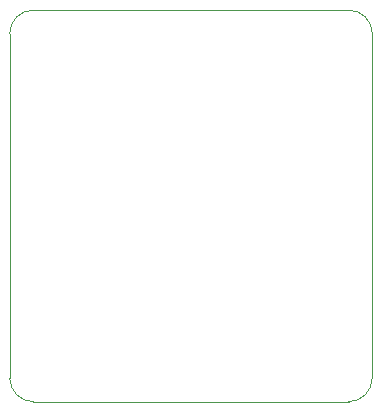
<source format=gm1>
G04 #@! TF.GenerationSoftware,KiCad,Pcbnew,7.0.1*
G04 #@! TF.CreationDate,2023-08-13T17:58:06+02:00*
G04 #@! TF.ProjectId,neopixel_cots_hat,6e656f70-6978-4656-9c5f-636f74735f68,1*
G04 #@! TF.SameCoordinates,Original*
G04 #@! TF.FileFunction,Profile,NP*
%FSLAX46Y46*%
G04 Gerber Fmt 4.6, Leading zero omitted, Abs format (unit mm)*
G04 Created by KiCad (PCBNEW 7.0.1) date 2023-08-13 17:58:06*
%MOMM*%
%LPD*%
G01*
G04 APERTURE LIST*
G04 #@! TA.AperFunction,Profile*
%ADD10C,0.100000*%
G04 #@! TD*
G04 APERTURE END LIST*
D10*
X119425000Y-48875000D02*
G75*
G03*
X117425000Y-46875000I-2000000J0D01*
G01*
X88725000Y-78025000D02*
X88725000Y-48875000D01*
X117425000Y-80025000D02*
G75*
G03*
X119425000Y-78025000I0J2000000D01*
G01*
X88725000Y-78025000D02*
G75*
G03*
X90725000Y-80025000I2000000J0D01*
G01*
X90725000Y-46875000D02*
X117425000Y-46875000D01*
X90725000Y-46875000D02*
G75*
G03*
X88725000Y-48875000I-1J-1999999D01*
G01*
X119425000Y-48875000D02*
X119425000Y-78025000D01*
X117425000Y-80025000D02*
X90725000Y-80025000D01*
M02*

</source>
